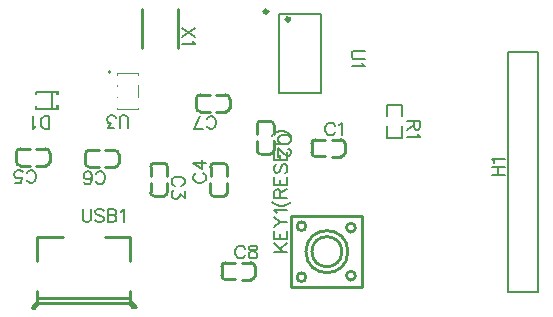
<source format=gto>
G04 Layer: TopSilkscreenLayer*
G04 EasyEDA v6.5.43, 2024-08-15 14:13:16*
G04 cb6e2e9fbd21486d88ae5690d2d3dc00,10*
G04 Gerber Generator version 0.2*
G04 Scale: 100 percent, Rotated: No, Reflected: No *
G04 Dimensions in millimeters *
G04 leading zeros omitted , absolute positions ,4 integer and 5 decimal *
%FSLAX45Y45*%
%MOMM*%

%ADD10C,0.1524*%
%ADD11C,0.2540*%
%ADD12C,0.1520*%
%ADD13C,0.1000*%
%ADD14C,0.2032*%
%ADD15C,0.2030*%
%ADD16C,0.3000*%
%ADD17C,0.0141*%

%LPD*%
D10*
X3480815Y12700D02*
G01*
X3402838Y12700D01*
X3387343Y7620D01*
X3376929Y-2794D01*
X3371850Y-18542D01*
X3371850Y-28955D01*
X3376929Y-44450D01*
X3387343Y-54863D01*
X3402838Y-59944D01*
X3480815Y-59944D01*
X3459988Y-94234D02*
G01*
X3465322Y-104647D01*
X3480815Y-120395D01*
X3371850Y-120395D01*
X3227577Y-621792D02*
G01*
X3222243Y-611378D01*
X3211829Y-600963D01*
X3201670Y-595884D01*
X3180841Y-595884D01*
X3170427Y-600963D01*
X3160013Y-611378D01*
X3154679Y-621792D01*
X3149600Y-637539D01*
X3149600Y-663447D01*
X3154679Y-678942D01*
X3160013Y-689355D01*
X3170427Y-699770D01*
X3180841Y-704850D01*
X3201670Y-704850D01*
X3211829Y-699770D01*
X3222243Y-689355D01*
X3227577Y-678942D01*
X3261868Y-616712D02*
G01*
X3272281Y-611378D01*
X3287775Y-595884D01*
X3287775Y-704850D01*
X2832608Y-776478D02*
G01*
X2843022Y-771144D01*
X2853436Y-760729D01*
X2858515Y-750570D01*
X2858515Y-729742D01*
X2853436Y-719328D01*
X2843022Y-708913D01*
X2832608Y-703579D01*
X2816859Y-698500D01*
X2790952Y-698500D01*
X2775458Y-703579D01*
X2765043Y-708913D01*
X2754629Y-719328D01*
X2749550Y-729742D01*
X2749550Y-750570D01*
X2754629Y-760729D01*
X2765043Y-771144D01*
X2775458Y-776478D01*
X2832608Y-815847D02*
G01*
X2837688Y-815847D01*
X2848102Y-821181D01*
X2853436Y-826262D01*
X2858515Y-836676D01*
X2858515Y-857504D01*
X2853436Y-867918D01*
X2848102Y-872997D01*
X2837688Y-878331D01*
X2827274Y-878331D01*
X2816859Y-872997D01*
X2801365Y-862584D01*
X2749550Y-810768D01*
X2749550Y-883412D01*
X1930908Y-1132078D02*
G01*
X1941322Y-1126744D01*
X1951736Y-1116329D01*
X1956815Y-1106170D01*
X1956815Y-1085342D01*
X1951736Y-1074928D01*
X1941322Y-1064513D01*
X1930908Y-1059179D01*
X1915160Y-1054100D01*
X1889252Y-1054100D01*
X1873757Y-1059179D01*
X1863344Y-1064513D01*
X1852929Y-1074928D01*
X1847850Y-1085342D01*
X1847850Y-1106170D01*
X1852929Y-1116329D01*
X1863344Y-1126744D01*
X1873757Y-1132078D01*
X1956815Y-1176781D02*
G01*
X1956815Y-1233931D01*
X1915160Y-1202689D01*
X1915160Y-1218184D01*
X1910079Y-1228597D01*
X1905000Y-1233931D01*
X1889252Y-1239012D01*
X1878837Y-1239012D01*
X1863344Y-1233931D01*
X1852929Y-1223518D01*
X1847850Y-1207770D01*
X1847850Y-1192276D01*
X1852929Y-1176781D01*
X1858010Y-1171447D01*
X1868423Y-1166368D01*
X2056891Y-1026921D02*
G01*
X2046477Y-1032255D01*
X2036063Y-1042670D01*
X2030984Y-1052829D01*
X2030984Y-1073657D01*
X2036063Y-1084071D01*
X2046477Y-1094486D01*
X2056891Y-1099820D01*
X2072640Y-1104900D01*
X2098547Y-1104900D01*
X2114041Y-1099820D01*
X2124456Y-1094486D01*
X2134870Y-1084071D01*
X2139950Y-1073657D01*
X2139950Y-1052829D01*
X2134870Y-1042670D01*
X2124456Y-1032255D01*
X2114041Y-1026921D01*
X2030984Y-940815D02*
G01*
X2103627Y-992631D01*
X2103627Y-914654D01*
X2030984Y-940815D02*
G01*
X2139950Y-940815D01*
X620521Y-1080007D02*
G01*
X625855Y-1090421D01*
X636270Y-1100836D01*
X646429Y-1105915D01*
X667257Y-1105915D01*
X677671Y-1100836D01*
X688086Y-1090421D01*
X693420Y-1080007D01*
X698500Y-1064260D01*
X698500Y-1038352D01*
X693420Y-1022857D01*
X688086Y-1012444D01*
X677671Y-1002029D01*
X667257Y-996950D01*
X646429Y-996950D01*
X636270Y-1002029D01*
X625855Y-1012444D01*
X620521Y-1022857D01*
X524002Y-1105915D02*
G01*
X575818Y-1105915D01*
X581152Y-1059179D01*
X575818Y-1064260D01*
X560323Y-1069594D01*
X544829Y-1069594D01*
X529081Y-1064260D01*
X518668Y-1054100D01*
X513587Y-1038352D01*
X513587Y-1027937D01*
X518668Y-1012444D01*
X529081Y-1002029D01*
X544829Y-996950D01*
X560323Y-996950D01*
X575818Y-1002029D01*
X581152Y-1007110D01*
X586231Y-1017523D01*
X1204721Y-1092707D02*
G01*
X1210055Y-1103121D01*
X1220470Y-1113536D01*
X1230629Y-1118615D01*
X1251457Y-1118615D01*
X1261871Y-1113536D01*
X1272286Y-1103121D01*
X1277620Y-1092707D01*
X1282700Y-1076960D01*
X1282700Y-1051052D01*
X1277620Y-1035557D01*
X1272286Y-1025144D01*
X1261871Y-1014729D01*
X1251457Y-1009650D01*
X1230629Y-1009650D01*
X1220470Y-1014729D01*
X1210055Y-1025144D01*
X1204721Y-1035557D01*
X1108202Y-1103121D02*
G01*
X1113281Y-1113536D01*
X1129029Y-1118615D01*
X1139189Y-1118615D01*
X1154937Y-1113536D01*
X1165352Y-1097787D01*
X1170431Y-1071879D01*
X1170431Y-1045971D01*
X1165352Y-1025144D01*
X1154937Y-1014729D01*
X1139189Y-1009650D01*
X1134110Y-1009650D01*
X1118615Y-1014729D01*
X1108202Y-1025144D01*
X1102868Y-1040637D01*
X1102868Y-1045971D01*
X1108202Y-1061465D01*
X1118615Y-1071879D01*
X1134110Y-1076960D01*
X1139189Y-1076960D01*
X1154937Y-1071879D01*
X1165352Y-1061465D01*
X1170431Y-1045971D01*
X2144522Y-622807D02*
G01*
X2149856Y-633221D01*
X2160270Y-643636D01*
X2170429Y-648715D01*
X2191258Y-648715D01*
X2201672Y-643636D01*
X2212086Y-633221D01*
X2217420Y-622807D01*
X2222500Y-607060D01*
X2222500Y-581152D01*
X2217420Y-565657D01*
X2212086Y-555244D01*
X2201672Y-544829D01*
X2191258Y-539750D01*
X2170429Y-539750D01*
X2160270Y-544829D01*
X2149856Y-555244D01*
X2144522Y-565657D01*
X2037588Y-648715D02*
G01*
X2089404Y-539750D01*
X2110231Y-648715D02*
G01*
X2037588Y-648715D01*
X810298Y-648715D02*
G01*
X810298Y-539750D01*
X810298Y-648715D02*
G01*
X773976Y-648715D01*
X758228Y-643636D01*
X748068Y-633221D01*
X742734Y-622807D01*
X737654Y-607060D01*
X737654Y-581152D01*
X742734Y-565657D01*
X748068Y-555244D01*
X758228Y-544829D01*
X773976Y-539750D01*
X810298Y-539750D01*
X703364Y-627887D02*
G01*
X692950Y-633221D01*
X677202Y-648715D01*
X677202Y-539750D01*
X1479588Y-642391D02*
G01*
X1479588Y-564413D01*
X1474508Y-548919D01*
X1464094Y-538505D01*
X1448346Y-533425D01*
X1437932Y-533425D01*
X1422438Y-538505D01*
X1412024Y-548919D01*
X1406944Y-564413D01*
X1406944Y-642391D01*
X1362240Y-642391D02*
G01*
X1305090Y-642391D01*
X1336078Y-600735D01*
X1320584Y-600735D01*
X1310170Y-595655D01*
X1305090Y-590575D01*
X1299756Y-574827D01*
X1299756Y-564413D01*
X1305090Y-548919D01*
X1315504Y-538505D01*
X1330998Y-533425D01*
X1346492Y-533425D01*
X1362240Y-538505D01*
X1367320Y-543585D01*
X1372654Y-553999D01*
X2045715Y203200D02*
G01*
X1936750Y130555D01*
X2045715Y130555D02*
G01*
X1936750Y203200D01*
X2024888Y96265D02*
G01*
X2030222Y85852D01*
X2045715Y70104D01*
X1936750Y70104D01*
X2716771Y-1689112D02*
G01*
X2825737Y-1689112D01*
X2716771Y-1616468D02*
G01*
X2789415Y-1689112D01*
X2763507Y-1663204D02*
G01*
X2825737Y-1616468D01*
X2716771Y-1582178D02*
G01*
X2825737Y-1582178D01*
X2716771Y-1582178D02*
G01*
X2716771Y-1514614D01*
X2768587Y-1582178D02*
G01*
X2768587Y-1540522D01*
X2825737Y-1582178D02*
G01*
X2825737Y-1514614D01*
X2716771Y-1480324D02*
G01*
X2768587Y-1438668D01*
X2825737Y-1438668D01*
X2716771Y-1397012D02*
G01*
X2768587Y-1438668D01*
X2737599Y-1362722D02*
G01*
X2732265Y-1352562D01*
X2716771Y-1336814D01*
X2825737Y-1336814D01*
X2695943Y-1266202D02*
G01*
X2706357Y-1276616D01*
X2721851Y-1287030D01*
X2742679Y-1297444D01*
X2768587Y-1302524D01*
X2789415Y-1302524D01*
X2815577Y-1297444D01*
X2836151Y-1287030D01*
X2851899Y-1276616D01*
X2862313Y-1266202D01*
X2716771Y-1231912D02*
G01*
X2825737Y-1231912D01*
X2716771Y-1231912D02*
G01*
X2716771Y-1185176D01*
X2721851Y-1169682D01*
X2727185Y-1164348D01*
X2737599Y-1159268D01*
X2748013Y-1159268D01*
X2758427Y-1164348D01*
X2763507Y-1169682D01*
X2768587Y-1185176D01*
X2768587Y-1231912D01*
X2768587Y-1195590D02*
G01*
X2825737Y-1159268D01*
X2716771Y-1124978D02*
G01*
X2825737Y-1124978D01*
X2716771Y-1124978D02*
G01*
X2716771Y-1057414D01*
X2768587Y-1124978D02*
G01*
X2768587Y-1083322D01*
X2825737Y-1124978D02*
G01*
X2825737Y-1057414D01*
X2732265Y-950226D02*
G01*
X2721851Y-960640D01*
X2716771Y-976388D01*
X2716771Y-996962D01*
X2721851Y-1012710D01*
X2732265Y-1023124D01*
X2742679Y-1023124D01*
X2753093Y-1017790D01*
X2758427Y-1012710D01*
X2763507Y-1002296D01*
X2773921Y-971054D01*
X2779001Y-960640D01*
X2784335Y-955560D01*
X2794749Y-950226D01*
X2810243Y-950226D01*
X2820657Y-960640D01*
X2825737Y-976388D01*
X2825737Y-996962D01*
X2820657Y-1012710D01*
X2810243Y-1023124D01*
X2716771Y-915936D02*
G01*
X2825737Y-915936D01*
X2716771Y-915936D02*
G01*
X2716771Y-848372D01*
X2768587Y-915936D02*
G01*
X2768587Y-874534D01*
X2825737Y-915936D02*
G01*
X2825737Y-848372D01*
X2716771Y-777760D02*
G01*
X2825737Y-777760D01*
X2716771Y-814082D02*
G01*
X2716771Y-741438D01*
X2695943Y-707148D02*
G01*
X2706357Y-696734D01*
X2721851Y-686320D01*
X2742679Y-675906D01*
X2768587Y-670826D01*
X2789415Y-670826D01*
X2815577Y-675906D01*
X2836151Y-686320D01*
X2851899Y-696734D01*
X2862313Y-707148D01*
X1093927Y-1329651D02*
G01*
X1093927Y-1407629D01*
X1099007Y-1423123D01*
X1109421Y-1433537D01*
X1125169Y-1438617D01*
X1135583Y-1438617D01*
X1151077Y-1433537D01*
X1161491Y-1423123D01*
X1166571Y-1407629D01*
X1166571Y-1329651D01*
X1273759Y-1345145D02*
G01*
X1263345Y-1334731D01*
X1247597Y-1329651D01*
X1227023Y-1329651D01*
X1211275Y-1334731D01*
X1200861Y-1345145D01*
X1200861Y-1355559D01*
X1206195Y-1365973D01*
X1211275Y-1371307D01*
X1221689Y-1376387D01*
X1252931Y-1386801D01*
X1263345Y-1391881D01*
X1268425Y-1397215D01*
X1273759Y-1407629D01*
X1273759Y-1423123D01*
X1263345Y-1433537D01*
X1247597Y-1438617D01*
X1227023Y-1438617D01*
X1211275Y-1433537D01*
X1200861Y-1423123D01*
X1308049Y-1329651D02*
G01*
X1308049Y-1438617D01*
X1308049Y-1329651D02*
G01*
X1354785Y-1329651D01*
X1370279Y-1334731D01*
X1375613Y-1340065D01*
X1380693Y-1350479D01*
X1380693Y-1360893D01*
X1375613Y-1371307D01*
X1370279Y-1376387D01*
X1354785Y-1381467D01*
X1308049Y-1381467D02*
G01*
X1354785Y-1381467D01*
X1370279Y-1386801D01*
X1375613Y-1391881D01*
X1380693Y-1402295D01*
X1380693Y-1418043D01*
X1375613Y-1428457D01*
X1370279Y-1433537D01*
X1354785Y-1438617D01*
X1308049Y-1438617D01*
X1414983Y-1350479D02*
G01*
X1425397Y-1345145D01*
X1440891Y-1329651D01*
X1440891Y-1438617D01*
X2465577Y-1663192D02*
G01*
X2460243Y-1652778D01*
X2449829Y-1642363D01*
X2439670Y-1637284D01*
X2418841Y-1637284D01*
X2408427Y-1642363D01*
X2398013Y-1652778D01*
X2392679Y-1663192D01*
X2387600Y-1678939D01*
X2387600Y-1704847D01*
X2392679Y-1720342D01*
X2398013Y-1730755D01*
X2408427Y-1741170D01*
X2418841Y-1746250D01*
X2439670Y-1746250D01*
X2449829Y-1741170D01*
X2460243Y-1730755D01*
X2465577Y-1720342D01*
X2525775Y-1637284D02*
G01*
X2510281Y-1642363D01*
X2504947Y-1652778D01*
X2504947Y-1663192D01*
X2510281Y-1673605D01*
X2520695Y-1678939D01*
X2541270Y-1684020D01*
X2557018Y-1689100D01*
X2567431Y-1699513D01*
X2572511Y-1709928D01*
X2572511Y-1725676D01*
X2567431Y-1736089D01*
X2562097Y-1741170D01*
X2546604Y-1746250D01*
X2525775Y-1746250D01*
X2510281Y-1741170D01*
X2504947Y-1736089D01*
X2499868Y-1725676D01*
X2499868Y-1709928D01*
X2504947Y-1699513D01*
X2515361Y-1689100D01*
X2531109Y-1684020D01*
X2551684Y-1678939D01*
X2562097Y-1673605D01*
X2567431Y-1663192D01*
X2567431Y-1652778D01*
X2562097Y-1642363D01*
X2546604Y-1637284D01*
X2525775Y-1637284D01*
X3950715Y-584200D02*
G01*
X3841750Y-584200D01*
X3950715Y-584200D02*
G01*
X3950715Y-630936D01*
X3945636Y-646429D01*
X3940302Y-651763D01*
X3929888Y-656844D01*
X3919474Y-656844D01*
X3909059Y-651763D01*
X3903979Y-646429D01*
X3898900Y-630936D01*
X3898900Y-584200D01*
X3898900Y-620521D02*
G01*
X3841750Y-656844D01*
X3929888Y-691134D02*
G01*
X3935222Y-701547D01*
X3950715Y-717295D01*
X3841750Y-717295D01*
X4558284Y-1041400D02*
G01*
X4667250Y-1041400D01*
X4558284Y-968755D02*
G01*
X4667250Y-968755D01*
X4610100Y-1041400D02*
G01*
X4610100Y-968755D01*
X4579111Y-934465D02*
G01*
X4573777Y-924052D01*
X4558284Y-908304D01*
X4667250Y-908304D01*
G36*
X864920Y-451408D02*
G01*
X864920Y-486664D01*
X895400Y-486664D01*
X895400Y-451408D01*
G37*
G36*
X864920Y-326136D02*
G01*
X864920Y-361391D01*
X895400Y-361391D01*
X895400Y-326136D01*
G37*
X2756560Y319920D02*
G01*
X3110839Y319920D01*
X3110839Y-345320D01*
X2756560Y-345320D01*
X2756560Y319920D01*
D11*
X3314001Y-772822D02*
G01*
X3314001Y-852825D01*
X3203026Y-741837D02*
G01*
X3283023Y-741837D01*
X3203026Y-883803D02*
G01*
X3283023Y-883803D01*
X3145436Y-741255D02*
G01*
X3065437Y-741255D01*
X3034454Y-772238D02*
G01*
X3034454Y-852236D01*
X3145436Y-883216D02*
G01*
X3065437Y-883216D01*
X2681577Y-862901D02*
G01*
X2601574Y-862901D01*
X2712562Y-751926D02*
G01*
X2712562Y-831923D01*
X2570596Y-751926D02*
G01*
X2570596Y-831923D01*
X2713144Y-694336D02*
G01*
X2713144Y-614337D01*
X2682161Y-583354D02*
G01*
X2602163Y-583354D01*
X2571183Y-694336D02*
G01*
X2571183Y-614337D01*
X1779877Y-1218501D02*
G01*
X1699874Y-1218501D01*
X1810862Y-1107526D02*
G01*
X1810862Y-1187523D01*
X1668896Y-1107526D02*
G01*
X1668896Y-1187523D01*
X1811444Y-1049936D02*
G01*
X1811444Y-969937D01*
X1780461Y-938954D02*
G01*
X1700463Y-938954D01*
X1669483Y-1049936D02*
G01*
X1669483Y-969937D01*
X2207922Y-940498D02*
G01*
X2287925Y-940498D01*
X2176937Y-1051473D02*
G01*
X2176937Y-971476D01*
X2318903Y-1051473D02*
G01*
X2318903Y-971476D01*
X2176355Y-1109063D02*
G01*
X2176355Y-1189062D01*
X2207338Y-1220045D02*
G01*
X2287336Y-1220045D01*
X2318316Y-1109063D02*
G01*
X2318316Y-1189062D01*
X534098Y-928977D02*
G01*
X534098Y-848974D01*
X645073Y-959962D02*
G01*
X565076Y-959962D01*
X645073Y-817996D02*
G01*
X565076Y-817996D01*
X702663Y-960544D02*
G01*
X782662Y-960544D01*
X813645Y-929561D02*
G01*
X813645Y-849563D01*
X702663Y-818583D02*
G01*
X782662Y-818583D01*
X1118298Y-941677D02*
G01*
X1118298Y-861674D01*
X1229273Y-972662D02*
G01*
X1149276Y-972662D01*
X1229273Y-830696D02*
G01*
X1149276Y-830696D01*
X1286863Y-973244D02*
G01*
X1366862Y-973244D01*
X1397845Y-942261D02*
G01*
X1397845Y-862263D01*
X1286863Y-831283D02*
G01*
X1366862Y-831283D01*
X2058098Y-471777D02*
G01*
X2058098Y-391774D01*
X2169073Y-502762D02*
G01*
X2089076Y-502762D01*
X2169073Y-360796D02*
G01*
X2089076Y-360796D01*
X2226663Y-503344D02*
G01*
X2306662Y-503344D01*
X2337645Y-472361D02*
G01*
X2337645Y-392363D01*
X2226663Y-361383D02*
G01*
X2306662Y-361383D01*
D12*
X697275Y-333778D02*
G01*
X697275Y-354401D01*
X697275Y-479021D02*
G01*
X697275Y-459399D01*
D10*
X872520Y-479021D02*
G01*
X697275Y-479021D01*
X872520Y-333778D02*
G01*
X697275Y-333778D01*
X832076Y-479021D02*
G01*
X832076Y-333778D01*
D13*
X1383202Y-189788D02*
G01*
X1383202Y-175193D01*
X1383202Y-284787D02*
G01*
X1383202Y-280619D01*
X1383202Y-379780D02*
G01*
X1383202Y-375615D01*
X1383202Y-485195D02*
G01*
X1383202Y-470611D01*
X1563204Y-189788D02*
G01*
X1563204Y-175193D01*
X1563204Y-379780D02*
G01*
X1563204Y-280616D01*
X1563204Y-485195D02*
G01*
X1563204Y-470608D01*
X1563204Y-485195D02*
G01*
X1383202Y-485195D01*
X1563204Y-175193D02*
G01*
X1383202Y-175193D01*
D11*
X1600200Y38100D02*
G01*
X1600200Y368300D01*
X1905000Y38100D02*
G01*
X1905000Y368300D01*
X2862287Y-1989112D02*
G01*
X2862287Y-1389113D01*
X3462261Y-1989112D02*
G01*
X2862262Y-1989112D01*
X3462286Y-1389113D02*
G01*
X3462286Y-1989112D01*
X2862287Y-1389113D02*
G01*
X3462286Y-1389113D01*
X1503883Y-2118398D02*
G01*
X1542592Y-2160435D01*
X1513230Y-2160435D01*
X1482750Y-2127415D01*
X719988Y-2127415D01*
X684428Y-2165515D01*
X667994Y-2165515D01*
X667994Y-2160435D01*
X703884Y-2118398D01*
X704875Y-1568386D02*
G01*
X929208Y-1568386D01*
X1280540Y-1568386D02*
G01*
X1494873Y-1568386D01*
X704875Y-1568386D02*
G01*
X704875Y-1765287D01*
X704875Y-2021522D02*
G01*
X704875Y-2118398D01*
X1494873Y-1568386D02*
G01*
X1494873Y-1765287D01*
X1494873Y-2021522D02*
G01*
X1494873Y-2118398D01*
X704900Y-2083899D02*
G01*
X1494899Y-2083899D01*
X2552001Y-1814222D02*
G01*
X2552001Y-1894225D01*
X2441026Y-1783237D02*
G01*
X2521023Y-1783237D01*
X2441026Y-1925203D02*
G01*
X2521023Y-1925203D01*
X2383436Y-1782655D02*
G01*
X2303437Y-1782655D01*
X2272454Y-1813638D02*
G01*
X2272454Y-1893636D01*
X2383436Y-1924616D02*
G01*
X2303437Y-1924616D01*
D10*
X3667739Y-626821D02*
G01*
X3667739Y-722708D01*
X3799860Y-722708D01*
X3799860Y-626821D01*
X3667739Y-541578D02*
G01*
X3667739Y-445691D01*
X3799860Y-445691D01*
X3799860Y-541578D01*
D14*
X4699000Y0D02*
G01*
X4953000Y0D01*
X4953000Y-2032000D01*
X4699000Y-2032000D01*
X4699000Y-1841500D01*
D15*
X4699000Y0D02*
G01*
X4699000Y-1841500D01*
D11*
G75*
G01*
X3034449Y-772239D02*
G02*
X3065432Y-741256I30983J0D01*
G75*
G01*
X3065432Y-883222D02*
G02*
X3034449Y-852236I0J30983D01*
G75*
G01*
X3283019Y-741837D02*
G02*
X3314001Y-772823I0J-30983D01*
G75*
G01*
X3314001Y-852820D02*
G02*
X3283019Y-883803I-30982J0D01*
G75*
G01*
X2682161Y-583349D02*
G02*
X2713144Y-614332I0J-30983D01*
G75*
G01*
X2571178Y-614332D02*
G02*
X2602164Y-583349I30983J0D01*
G75*
G01*
X2712563Y-831919D02*
G02*
X2681577Y-862901I-30983J0D01*
G75*
G01*
X2601580Y-862901D02*
G02*
X2570597Y-831919I0J30982D01*
G75*
G01*
X1780461Y-938949D02*
G02*
X1811444Y-969932I0J-30983D01*
G75*
G01*
X1669478Y-969932D02*
G02*
X1700464Y-938949I30983J0D01*
G75*
G01*
X1810863Y-1187519D02*
G02*
X1779877Y-1218501I-30983J0D01*
G75*
G01*
X1699880Y-1218501D02*
G02*
X1668897Y-1187519I0J30982D01*
G75*
G01*
X2207339Y-1220051D02*
G02*
X2176356Y-1189068I0J30983D01*
G75*
G01*
X2318322Y-1189068D02*
G02*
X2287336Y-1220051I-30983J0D01*
G75*
G01*
X2176937Y-971481D02*
G02*
X2207923Y-940499I30983J0D01*
G75*
G01*
X2287920Y-940499D02*
G02*
X2318903Y-971481I0J-30982D01*
G75*
G01*
X813651Y-929561D02*
G02*
X782668Y-960544I-30983J0D01*
G75*
G01*
X782668Y-818578D02*
G02*
X813651Y-849564I0J-30983D01*
G75*
G01*
X565081Y-959963D02*
G02*
X534099Y-928977I0J30983D01*
G75*
G01*
X534099Y-848980D02*
G02*
X565081Y-817997I30982J0D01*
G75*
G01*
X1397851Y-942261D02*
G02*
X1366868Y-973244I-30983J0D01*
G75*
G01*
X1366868Y-831278D02*
G02*
X1397851Y-862264I0J-30983D01*
G75*
G01*
X1149281Y-972663D02*
G02*
X1118299Y-941677I0J30983D01*
G75*
G01*
X1118299Y-861680D02*
G02*
X1149281Y-830697I30982J0D01*
G75*
G01*
X2337651Y-472361D02*
G02*
X2306668Y-503344I-30983J0D01*
G75*
G01*
X2306668Y-361378D02*
G02*
X2337651Y-392364I0J-30983D01*
G75*
G01*
X2089081Y-502763D02*
G02*
X2058099Y-471777I0J30983D01*
G75*
G01*
X2058099Y-391780D02*
G02*
X2089081Y-360797I30982J0D01*
G75*
G01*
X2272449Y-1813639D02*
G02*
X2303432Y-1782656I30983J0D01*
G75*
G01*
X2303432Y-1924622D02*
G02*
X2272449Y-1893636I0J30983D01*
G75*
G01*
X2521019Y-1783237D02*
G02*
X2552001Y-1814223I0J-30983D01*
G75*
G01*
X2552001Y-1894220D02*
G02*
X2521019Y-1925203I-30982J0D01*
D16*
G75*
G01
X2846807Y279806D02*
G03X2846807Y279806I-15011J0D01*
G75*
G01
X2661615Y343230D02*
G03X2661615Y343230I-15011J0D01*
D13*
G75*
G01
X1333525Y-165100D02*
G03X1333525Y-165100I-12700J0D01*
D11*
G75*
G01
X2984500Y-1905025D02*
G03X2984500Y-1905025I-38100J0D01*
G75*
G01
X2984500Y-1473225D02*
G03X2984500Y-1473225I-38100J0D01*
G75*
G01
X3403600Y-1892325D02*
G03X3403600Y-1892325I-38100J0D01*
G75*
G01
X3403600Y-1485925D02*
G03X3403600Y-1485925I-38100J0D01*
G75*
G01
X3340100Y-1689125D02*
G03X3340100Y-1689125I-177800J0D01*
G75*
G01
X3289300Y-1689125D02*
G03X3289300Y-1689125I-127000J0D01*
M02*

</source>
